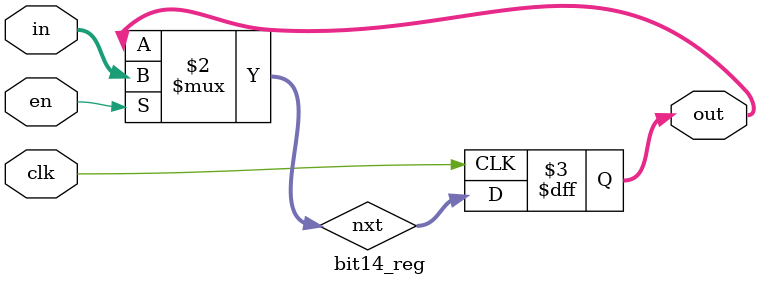
<source format=v>

module bit14_reg(in, out, clk, en);

	input [13:0] in;
	input clk;
	input en;

	output reg [13:0] out;

	wire [13:0] nxt;

	always @(posedge clk) begin
		out <= nxt;
	end
	assign nxt = (en) ? in : out;

endmodule

</source>
